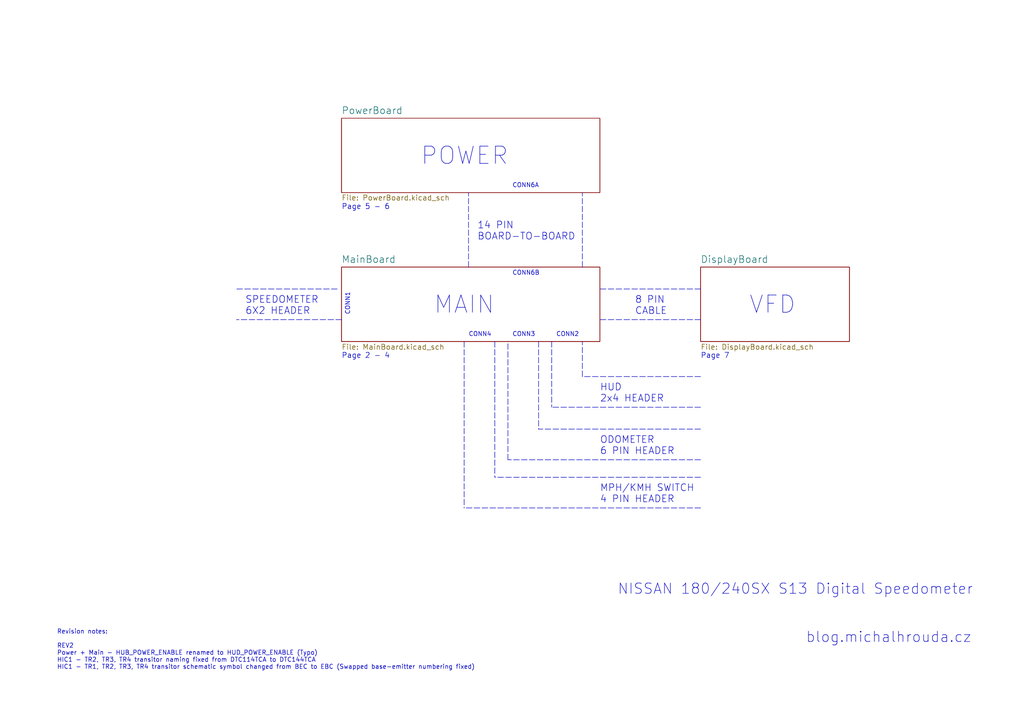
<source format=kicad_sch>
(kicad_sch
	(version 20250114)
	(generator "eeschema")
	(generator_version "9.0")
	(uuid "b719f779-5952-48c1-947f-4b13da7decde")
	(paper "A4")
	(title_block
		(date "2026-01-31")
		(rev "REV3")
	)
	(lib_symbols)
	(text "SPEEDOMETER\n6X2 HEADER"
		(exclude_from_sim no)
		(at 71.12 91.44 0)
		(effects
			(font
				(size 2.0066 2.0066)
			)
			(justify left bottom)
		)
		(uuid "3fce390b-9d7a-4f97-8957-3938ef99eacb")
	)
	(text "Page 7"
		(exclude_from_sim no)
		(at 203.2 104.14 0)
		(effects
			(font
				(size 1.524 1.524)
			)
			(justify left bottom)
		)
		(uuid "432c5055-9a6f-4477-a2e5-378d5550c063")
	)
	(text "CONN3"
		(exclude_from_sim no)
		(at 148.59 97.79 0)
		(effects
			(font
				(size 1.27 1.27)
			)
			(justify left bottom)
		)
		(uuid "56dc3ad4-41c6-4dfd-b7b0-12a90be94475")
	)
	(text "MPH/KMH SWITCH\n4 PIN HEADER"
		(exclude_from_sim no)
		(at 173.99 146.05 0)
		(effects
			(font
				(size 2.0066 2.0066)
			)
			(justify left bottom)
		)
		(uuid "57025d31-e84f-4882-baa9-dee9fa2eb329")
	)
	(text "CONN6A"
		(exclude_from_sim no)
		(at 148.59 54.61 0)
		(effects
			(font
				(size 1.27 1.27)
			)
			(justify left bottom)
		)
		(uuid "5a08237b-f412-4758-98d4-10823c6248e3")
	)
	(text "MAIN"
		(exclude_from_sim no)
		(at 125.73 91.44 0)
		(effects
			(font
				(size 5.0038 5.0038)
			)
			(justify left bottom)
		)
		(uuid "6808b103-b152-4c44-9135-695b2721f9b1")
	)
	(text "NISSAN 180/240SX S13 Digital Speedometer"
		(exclude_from_sim no)
		(at 179.07 172.72 0)
		(effects
			(font
				(size 2.9972 2.9972)
			)
			(justify left bottom)
		)
		(uuid "6cf4d36e-ce57-4446-8799-6f3b3efa81a2")
	)
	(text "blog.michalhrouda.cz"
		(exclude_from_sim no)
		(at 233.68 186.69 0)
		(effects
			(font
				(size 2.9972 2.9972)
			)
			(justify left bottom)
		)
		(uuid "6d2e6b87-3b97-47e5-a2e8-dfae5f689224")
	)
	(text "Page 5 - 6"
		(exclude_from_sim no)
		(at 99.06 60.96 0)
		(effects
			(font
				(size 1.524 1.524)
			)
			(justify left bottom)
		)
		(uuid "6da3ea52-9b5a-48b3-b9d3-f757ea9477dc")
	)
	(text "POWER"
		(exclude_from_sim no)
		(at 121.92 48.26 0)
		(effects
			(font
				(size 5.0038 5.0038)
			)
			(justify left bottom)
		)
		(uuid "7d78de9f-49b5-4c1e-b0d2-d6607cb8a8ba")
	)
	(text "8 PIN\nCABLE"
		(exclude_from_sim no)
		(at 184.15 91.44 0)
		(effects
			(font
				(size 2.0066 2.0066)
			)
			(justify left bottom)
		)
		(uuid "900dc993-3141-4ece-aa02-7855479ae288")
	)
	(text "ODOMETER\n6 PIN HEADER"
		(exclude_from_sim no)
		(at 173.99 132.08 0)
		(effects
			(font
				(size 2.0066 2.0066)
			)
			(justify left bottom)
		)
		(uuid "903b09f6-2896-41ab-a103-09a4b4844291")
	)
	(text "Revision notes:\n\nREV2\nPower + Main - HUB_POWER_ENABLE renamed to HUD_POWER_ENABLE (Typo)\nHIC1 - TR2, TR3, TR4 transitor naming fixed from DTC114TCA to DTC144TCA\nHIC1 - TR1, TR2, TR3, TR4 transitor schematic symbol changed from BEC to EBC (Swapped base-emitter numbering fixed)\n"
		(exclude_from_sim no)
		(at 16.51 194.31 0)
		(effects
			(font
				(size 1.27 1.27)
			)
			(justify left bottom)
		)
		(uuid "9144c04e-f5ae-4813-bd03-1c0001cdda18")
	)
	(text "CONN2"
		(exclude_from_sim no)
		(at 161.29 97.79 0)
		(effects
			(font
				(size 1.27 1.27)
			)
			(justify left bottom)
		)
		(uuid "aa59f75a-a249-410b-a3e2-ff15ea2975f5")
	)
	(text "VFD"
		(exclude_from_sim no)
		(at 217.17 91.44 0)
		(effects
			(font
				(size 5.0038 5.0038)
			)
			(justify left bottom)
		)
		(uuid "b5fd2abe-754a-442f-a827-6994e3854f48")
	)
	(text "14 PIN\nBOARD-TO-BOARD"
		(exclude_from_sim no)
		(at 138.43 69.85 0)
		(effects
			(font
				(size 2.0066 2.0066)
			)
			(justify left bottom)
		)
		(uuid "ca306d3c-2a37-460e-8114-c3540b3e978e")
	)
	(text "CONN1"
		(exclude_from_sim no)
		(at 101.6 91.44 90)
		(effects
			(font
				(size 1.27 1.27)
			)
			(justify left bottom)
		)
		(uuid "d089b38f-425a-48ca-b46e-f53b7f3fb067")
	)
	(text "CONN4"
		(exclude_from_sim no)
		(at 135.89 97.79 0)
		(effects
			(font
				(size 1.27 1.27)
			)
			(justify left bottom)
		)
		(uuid "e2d79d2c-a1b4-4160-a714-7e07aa9d46ea")
	)
	(text "CONN6B"
		(exclude_from_sim no)
		(at 148.59 80.01 0)
		(effects
			(font
				(size 1.27 1.27)
			)
			(justify left bottom)
		)
		(uuid "e48902f7-3b94-4e9c-8c6d-1349879ae6ae")
	)
	(text "Page 2 - 4"
		(exclude_from_sim no)
		(at 99.06 104.14 0)
		(effects
			(font
				(size 1.524 1.524)
			)
			(justify left bottom)
		)
		(uuid "e98d66d9-edc6-4e97-b557-75a7f0a86554")
	)
	(text "HUD\n2x4 HEADER"
		(exclude_from_sim no)
		(at 173.99 116.84 0)
		(effects
			(font
				(size 2.0066 2.0066)
			)
			(justify left bottom)
		)
		(uuid "f0074e00-20a5-4172-8e6d-6241e84263db")
	)
	(polyline
		(pts
			(xy 135.89 77.47) (xy 135.89 55.88)
		)
		(stroke
			(width 0)
			(type dash)
		)
		(uuid "1ce7b21c-5469-4737-984e-394482511a46")
	)
	(polyline
		(pts
			(xy 203.2 138.43) (xy 143.51 138.43)
		)
		(stroke
			(width 0)
			(type dash)
		)
		(uuid "45d76900-64cb-44d9-8af0-f4446b65e934")
	)
	(polyline
		(pts
			(xy 168.91 77.47) (xy 168.91 55.88)
		)
		(stroke
			(width 0)
			(type dash)
		)
		(uuid "6047de84-29d7-4261-9369-ea1e77163154")
	)
	(polyline
		(pts
			(xy 203.2 109.22) (xy 168.91 109.22)
		)
		(stroke
			(width 0)
			(type dash)
		)
		(uuid "6579dbaa-7539-46a2-b5ce-479ee8c88cca")
	)
	(polyline
		(pts
			(xy 147.32 133.35) (xy 147.32 99.06)
		)
		(stroke
			(width 0)
			(type dash)
		)
		(uuid "67b3385a-004c-4f2e-99bf-27e4a8f9472c")
	)
	(polyline
		(pts
			(xy 203.2 83.82) (xy 173.99 83.82)
		)
		(stroke
			(width 0)
			(type dash)
		)
		(uuid "70267304-eee3-48dc-82b2-ea778ccc0b4d")
	)
	(polyline
		(pts
			(xy 203.2 133.35) (xy 147.32 133.35)
		)
		(stroke
			(width 0)
			(type dash)
		)
		(uuid "781284ee-06ea-41dd-b733-a0935cf10f13")
	)
	(polyline
		(pts
			(xy 168.91 109.22) (xy 168.91 99.06)
		)
		(stroke
			(width 0)
			(type dash)
		)
		(uuid "921641cd-f13a-46eb-900b-ca7152515213")
	)
	(polyline
		(pts
			(xy 203.2 118.11) (xy 160.02 118.11)
		)
		(stroke
			(width 0)
			(type dash)
		)
		(uuid "939bb6d9-40b5-4e19-b319-504cc1371309")
	)
	(polyline
		(pts
			(xy 99.06 92.71) (xy 68.58 92.71)
		)
		(stroke
			(width 0)
			(type dash)
		)
		(uuid "96b3742e-84d9-42a0-b918-916b0491b4f7")
	)
	(polyline
		(pts
			(xy 160.02 99.06) (xy 160.02 118.11)
		)
		(stroke
			(width 0)
			(type dash)
		)
		(uuid "9c35699c-91e3-466d-8598-79641bd15525")
	)
	(polyline
		(pts
			(xy 203.2 92.71) (xy 173.99 92.71)
		)
		(stroke
			(width 0)
			(type dash)
		)
		(uuid "af3681ad-ec2f-4d5f-9b0c-80392244d1a0")
	)
	(polyline
		(pts
			(xy 203.2 147.32) (xy 134.62 147.32)
		)
		(stroke
			(width 0)
			(type dash)
		)
		(uuid "b0058714-ccea-4ca4-9317-753fdfe96bb8")
	)
	(polyline
		(pts
			(xy 156.21 99.06) (xy 156.21 124.46)
		)
		(stroke
			(width 0)
			(type dash)
		)
		(uuid "c93f45bb-a259-48cf-a372-400a18219efa")
	)
	(polyline
		(pts
			(xy 134.62 99.06) (xy 134.62 147.32)
		)
		(stroke
			(width 0)
			(type dash)
		)
		(uuid "cec0d119-e595-42a9-a8d5-cc9d3307dca4")
	)
	(polyline
		(pts
			(xy 143.51 99.06) (xy 143.51 138.43)
		)
		(stroke
			(width 0)
			(type dash)
		)
		(uuid "d90130d7-f4d8-49cb-9235-258b13db6a50")
	)
	(polyline
		(pts
			(xy 203.2 124.46) (xy 156.21 124.46)
		)
		(stroke
			(width 0)
			(type dash)
		)
		(uuid "daca6581-af39-417f-aa5e-09f68bd58a1c")
	)
	(polyline
		(pts
			(xy 97.79 83.82) (xy 68.58 83.82)
		)
		(stroke
			(width 0)
			(type dash)
		)
		(uuid "e85374e0-3153-4cb8-acf8-6512d6f98a4b")
	)
	(sheet
		(at 203.2 77.47)
		(size 43.18 21.59)
		(exclude_from_sim no)
		(in_bom yes)
		(on_board yes)
		(dnp no)
		(fields_autoplaced yes)
		(stroke
			(width 0)
			(type solid)
		)
		(fill
			(color 0 0 0 0.0000)
		)
		(uuid "00000000-0000-0000-0000-000061f505fa")
		(property "Sheetname" "DisplayBoard"
			(at 203.2 76.3901 0)
			(effects
				(font
					(size 2.0066 2.0066)
				)
				(justify left bottom)
			)
		)
		(property "Sheetfile" "DisplayBoard.kicad_sch"
			(at 203.2 99.7462 0)
			(effects
				(font
					(size 1.524 1.524)
				)
				(justify left top)
			)
		)
		(instances
			(project "180sx-240sx-s13-digidash"
				(path "/b719f779-5952-48c1-947f-4b13da7decde"
					(page "7")
				)
			)
		)
	)
	(sheet
		(at 99.06 77.47)
		(size 74.93 21.59)
		(exclude_from_sim no)
		(in_bom yes)
		(on_board yes)
		(dnp no)
		(fields_autoplaced yes)
		(stroke
			(width 0)
			(type solid)
		)
		(fill
			(color 0 0 0 0.0000)
		)
		(uuid "00000000-0000-0000-0000-000061f68783")
		(property "Sheetname" "MainBoard"
			(at 99.06 76.3901 0)
			(effects
				(font
					(size 2.0066 2.0066)
				)
				(justify left bottom)
			)
		)
		(property "Sheetfile" "MainBoard.kicad_sch"
			(at 99.06 99.7462 0)
			(effects
				(font
					(size 1.524 1.524)
				)
				(justify left top)
			)
		)
		(instances
			(project "180sx-240sx-s13-digidash"
				(path "/b719f779-5952-48c1-947f-4b13da7decde"
					(page "2")
				)
			)
		)
	)
	(sheet
		(at 99.06 34.29)
		(size 74.93 21.59)
		(exclude_from_sim no)
		(in_bom yes)
		(on_board yes)
		(dnp no)
		(fields_autoplaced yes)
		(stroke
			(width 0)
			(type solid)
		)
		(fill
			(color 0 0 0 0.0000)
		)
		(uuid "00000000-0000-0000-0000-000061f68c90")
		(property "Sheetname" "PowerBoard"
			(at 99.06 33.2101 0)
			(effects
				(font
					(size 2.0066 2.0066)
				)
				(justify left bottom)
			)
		)
		(property "Sheetfile" "PowerBoard.kicad_sch"
			(at 99.06 56.4646 0)
			(effects
				(font
					(size 1.524 1.524)
				)
				(justify left top)
			)
		)
		(instances
			(project "180sx-240sx-s13-digidash"
				(path "/b719f779-5952-48c1-947f-4b13da7decde"
					(page "5")
				)
			)
		)
	)
	(sheet_instances
		(path "/"
			(page "1")
		)
	)
	(embedded_fonts no)
)

</source>
